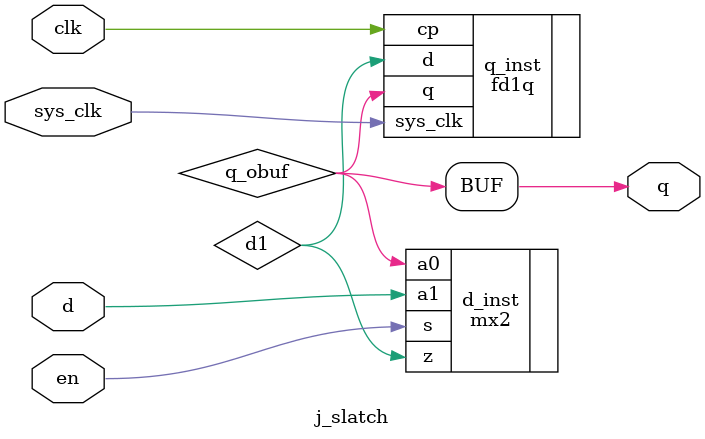
<source format=v>
/* verilator lint_off LITENDIAN */
`include "defs.v"

module j_slatch
(
	output q,
	input d,
	input clk,
	input en,
	input sys_clk // Generated
);
wire d1;

// Output buffers
wire q_obuf;


// Output buffers
assign q = q_obuf;


// LEGO.NET (22) - d : mx2
mx2 d_inst
(
	.z /* OUT */ (d1),
	.a0 /* IN */ (q_obuf),
	.a1 /* IN */ (d),
	.s /* IN */ (en)
);

// LEGO.NET (23) - q : fd1q
fd1q q_inst
(
	.q /* OUT */ (q_obuf),
	.d /* IN */ (d1),
	.cp /* IN */ (clk),
	.sys_clk(sys_clk) // Generated
);
endmodule
/* verilator lint_on LITENDIAN */

</source>
